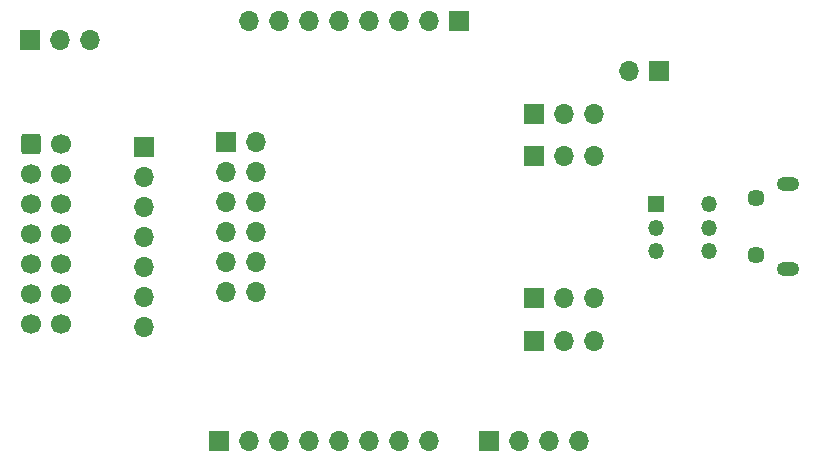
<source format=gbs>
G04 #@! TF.GenerationSoftware,KiCad,Pcbnew,(6.0.7)*
G04 #@! TF.CreationDate,2022-09-17T20:35:01+02:00*
G04 #@! TF.ProjectId,SLAU335,534c4155-3333-4352-9e6b-696361645f70,rev?*
G04 #@! TF.SameCoordinates,Original*
G04 #@! TF.FileFunction,Soldermask,Bot*
G04 #@! TF.FilePolarity,Negative*
%FSLAX46Y46*%
G04 Gerber Fmt 4.6, Leading zero omitted, Abs format (unit mm)*
G04 Created by KiCad (PCBNEW (6.0.7)) date 2022-09-17 20:35:01*
%MOMM*%
%LPD*%
G01*
G04 APERTURE LIST*
G04 Aperture macros list*
%AMRoundRect*
0 Rectangle with rounded corners*
0 $1 Rounding radius*
0 $2 $3 $4 $5 $6 $7 $8 $9 X,Y pos of 4 corners*
0 Add a 4 corners polygon primitive as box body*
4,1,4,$2,$3,$4,$5,$6,$7,$8,$9,$2,$3,0*
0 Add four circle primitives for the rounded corners*
1,1,$1+$1,$2,$3*
1,1,$1+$1,$4,$5*
1,1,$1+$1,$6,$7*
1,1,$1+$1,$8,$9*
0 Add four rect primitives between the rounded corners*
20,1,$1+$1,$2,$3,$4,$5,0*
20,1,$1+$1,$4,$5,$6,$7,0*
20,1,$1+$1,$6,$7,$8,$9,0*
20,1,$1+$1,$8,$9,$2,$3,0*%
G04 Aperture macros list end*
%ADD10RoundRect,0.250000X-0.600000X-0.600000X0.600000X-0.600000X0.600000X0.600000X-0.600000X0.600000X0*%
%ADD11C,1.700000*%
%ADD12R,1.700000X1.700000*%
%ADD13O,1.700000X1.700000*%
%ADD14C,1.450000*%
%ADD15O,1.900000X1.200000*%
%ADD16R,1.350000X1.350000*%
%ADD17O,1.350000X1.350000*%
G04 APERTURE END LIST*
D10*
X112445000Y-95950000D03*
D11*
X114985000Y-95950000D03*
X112445000Y-98490000D03*
X114985000Y-98490000D03*
X112445000Y-101030000D03*
X114985000Y-101030000D03*
X112445000Y-103570000D03*
X114985000Y-103570000D03*
X112445000Y-106110000D03*
X114985000Y-106110000D03*
X112445000Y-108650000D03*
X114985000Y-108650000D03*
X112445000Y-111190000D03*
X114985000Y-111190000D03*
D12*
X128320000Y-121100000D03*
D13*
X130860000Y-121100000D03*
X133400000Y-121100000D03*
X135940000Y-121100000D03*
X138480000Y-121100000D03*
X141020000Y-121100000D03*
X143560000Y-121100000D03*
X146100000Y-121100000D03*
D12*
X148640000Y-85540000D03*
D13*
X146100000Y-85540000D03*
X143560000Y-85540000D03*
X141020000Y-85540000D03*
X138480000Y-85540000D03*
X135940000Y-85540000D03*
X133400000Y-85540000D03*
X130860000Y-85540000D03*
D12*
X121970000Y-96203000D03*
D13*
X121970000Y-98743000D03*
X121970000Y-101283000D03*
X121970000Y-103823000D03*
X121970000Y-106363000D03*
X121970000Y-108903000D03*
X121970000Y-111443000D03*
D12*
X165600000Y-89800000D03*
D13*
X163060000Y-89800000D03*
D12*
X151180000Y-121100000D03*
D13*
X153720000Y-121100000D03*
X156260000Y-121100000D03*
X158800000Y-121100000D03*
D12*
X155000000Y-93400000D03*
D13*
X157540000Y-93400000D03*
X160080000Y-93400000D03*
D12*
X155000000Y-97000000D03*
D13*
X157540000Y-97000000D03*
X160080000Y-97000000D03*
D12*
X155000000Y-112600000D03*
D13*
X157540000Y-112600000D03*
X160080000Y-112600000D03*
D12*
X155000000Y-109000000D03*
D13*
X157540000Y-109000000D03*
X160080000Y-109000000D03*
D14*
X173846000Y-100489000D03*
D15*
X176546000Y-99339000D03*
X176546000Y-106539000D03*
D14*
X173846000Y-105389000D03*
D12*
X112300000Y-87180000D03*
D13*
X114840000Y-87180000D03*
X117380000Y-87180000D03*
D16*
X165350000Y-101050000D03*
D17*
X165350000Y-103050000D03*
X165350000Y-105050000D03*
X169850000Y-101050000D03*
X169850000Y-103050000D03*
X169850000Y-105050000D03*
D12*
X128969200Y-95827000D03*
D13*
X131509200Y-95827000D03*
X128969200Y-98367000D03*
X131509200Y-98367000D03*
X128969200Y-100907000D03*
X131509200Y-100907000D03*
X128969200Y-103447000D03*
X131509200Y-103447000D03*
X128969200Y-105987000D03*
X131509200Y-105987000D03*
X128969200Y-108527000D03*
X131509200Y-108527000D03*
M02*

</source>
